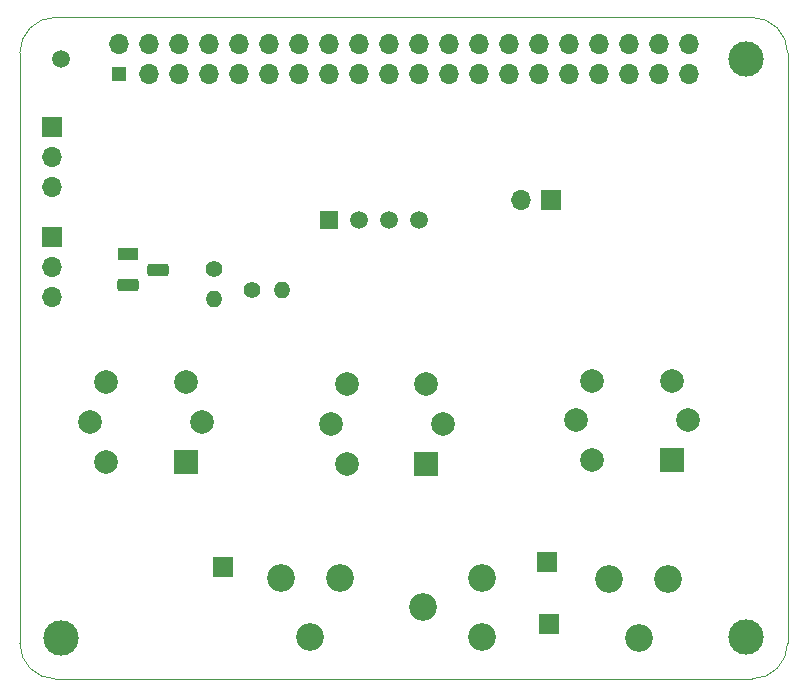
<source format=gbr>
%TF.GenerationSoftware,KiCad,Pcbnew,(6.0.4)*%
%TF.CreationDate,2022-07-22T13:04:17+03:00*%
%TF.ProjectId,shiled_v2,7368696c-6564-45f7-9632-2e6b69636164,rev?*%
%TF.SameCoordinates,Original*%
%TF.FileFunction,Soldermask,Bot*%
%TF.FilePolarity,Negative*%
%FSLAX46Y46*%
G04 Gerber Fmt 4.6, Leading zero omitted, Abs format (unit mm)*
G04 Created by KiCad (PCBNEW (6.0.4)) date 2022-07-22 13:04:17*
%MOMM*%
%LPD*%
G01*
G04 APERTURE LIST*
G04 Aperture macros list*
%AMRoundRect*
0 Rectangle with rounded corners*
0 $1 Rounding radius*
0 $2 $3 $4 $5 $6 $7 $8 $9 X,Y pos of 4 corners*
0 Add a 4 corners polygon primitive as box body*
4,1,4,$2,$3,$4,$5,$6,$7,$8,$9,$2,$3,0*
0 Add four circle primitives for the rounded corners*
1,1,$1+$1,$2,$3*
1,1,$1+$1,$4,$5*
1,1,$1+$1,$6,$7*
1,1,$1+$1,$8,$9*
0 Add four rect primitives between the rounded corners*
20,1,$1+$1,$2,$3,$4,$5,0*
20,1,$1+$1,$4,$5,$6,$7,0*
20,1,$1+$1,$6,$7,$8,$9,0*
20,1,$1+$1,$8,$9,$2,$3,0*%
G04 Aperture macros list end*
%TA.AperFunction,Profile*%
%ADD10C,0.100000*%
%TD*%
%ADD11C,1.400000*%
%ADD12O,1.400000X1.400000*%
%ADD13R,1.700000X1.700000*%
%ADD14O,1.700000X1.700000*%
%ADD15C,1.500000*%
%ADD16C,3.000000*%
%ADD17R,2.000000X2.000000*%
%ADD18C,2.000000*%
%ADD19R,1.800000X1.100000*%
%ADD20RoundRect,0.275000X-0.625000X0.275000X-0.625000X-0.275000X0.625000X-0.275000X0.625000X0.275000X0*%
%ADD21C,2.340000*%
%ADD22R,1.500000X1.500000*%
%ADD23R,1.300000X1.300000*%
G04 APERTURE END LIST*
D10*
X143546356Y-113817611D02*
X143546356Y-63817611D01*
X78546356Y-63817611D02*
X78546356Y-113817611D01*
X140546356Y-116817611D02*
G75*
G03*
X143546356Y-113817611I37J2999963D01*
G01*
X140546356Y-60817611D02*
X81546356Y-60817611D01*
X81546356Y-116817611D02*
X140546356Y-116817611D01*
X143546389Y-63817611D02*
G75*
G03*
X140546356Y-60817611I-2999989J11D01*
G01*
X81546356Y-60817556D02*
G75*
G03*
X78546356Y-63817611I44J-3000044D01*
G01*
X78546389Y-113817611D02*
G75*
G03*
X81546356Y-116817611I3000011J11D01*
G01*
D11*
X98170200Y-83896200D03*
D12*
X100710200Y-83896200D03*
D11*
X94945200Y-82143600D03*
D12*
X94945200Y-84683600D03*
D13*
X81280000Y-70104000D03*
D14*
X81280000Y-72644000D03*
X81280000Y-75184000D03*
D13*
X81280000Y-79375000D03*
D14*
X81280000Y-81915000D03*
X81280000Y-84455000D03*
D15*
X82040000Y-64310000D03*
D16*
X140040000Y-64330000D03*
X82040000Y-113320000D03*
X140030000Y-113310000D03*
D13*
X123520200Y-76276200D03*
D14*
X120980200Y-76276200D03*
D17*
X92583000Y-98425000D03*
D18*
X93973000Y-95065000D03*
X92583000Y-91705000D03*
X85863000Y-91705000D03*
X84473000Y-95065000D03*
X85863000Y-98425000D03*
D19*
X87687200Y-80854000D03*
D20*
X90238200Y-82169000D03*
X87687200Y-83504000D03*
D21*
X117689000Y-108269000D03*
X112689000Y-110769000D03*
X117689000Y-113269000D03*
D13*
X95758000Y-107315000D03*
D17*
X133731000Y-98298000D03*
D18*
X135121000Y-94938000D03*
X133731000Y-91578000D03*
X127011000Y-91578000D03*
X125621000Y-94938000D03*
X127011000Y-98298000D03*
D13*
X123317000Y-112141000D03*
D17*
X112961000Y-98610000D03*
D18*
X114351000Y-95250000D03*
X112961000Y-91890000D03*
X106241000Y-91890000D03*
X104851000Y-95250000D03*
X106241000Y-98610000D03*
D21*
X128462000Y-108371000D03*
X130962000Y-113371000D03*
X133462000Y-108371000D03*
D13*
X123190000Y-106934000D03*
D21*
X100649000Y-108244000D03*
X103149000Y-113244000D03*
X105649000Y-108244000D03*
D22*
X104687600Y-77981600D03*
D15*
X107227600Y-77981600D03*
X109767600Y-77981600D03*
X112307600Y-77981600D03*
D23*
X86920000Y-65590000D03*
D14*
X86920000Y-63050000D03*
X89460000Y-65590000D03*
X89460000Y-63050000D03*
X92000000Y-65590000D03*
X92000000Y-63050000D03*
X94540000Y-65590000D03*
X94540000Y-63050000D03*
X97080000Y-65590000D03*
X97080000Y-63050000D03*
X99620000Y-65590000D03*
X99620000Y-63050000D03*
X102160000Y-65590000D03*
X102160000Y-63050000D03*
X104700000Y-65590000D03*
X104700000Y-63050000D03*
X107240000Y-65590000D03*
X107240000Y-63050000D03*
X109780000Y-65590000D03*
X109780000Y-63050000D03*
X112320000Y-65590000D03*
X112320000Y-63050000D03*
X114860000Y-65590000D03*
X114860000Y-63050000D03*
X117400000Y-65590000D03*
X117400000Y-63050000D03*
X119940000Y-65590000D03*
X119940000Y-63050000D03*
X122480000Y-65590000D03*
X122480000Y-63050000D03*
X125020000Y-65590000D03*
X125020000Y-63050000D03*
X127560000Y-65590000D03*
X127560000Y-63050000D03*
X130100000Y-65590000D03*
X130100000Y-63050000D03*
X132640000Y-65590000D03*
X132640000Y-63050000D03*
X135180000Y-65590000D03*
X135180000Y-63050000D03*
M02*

</source>
